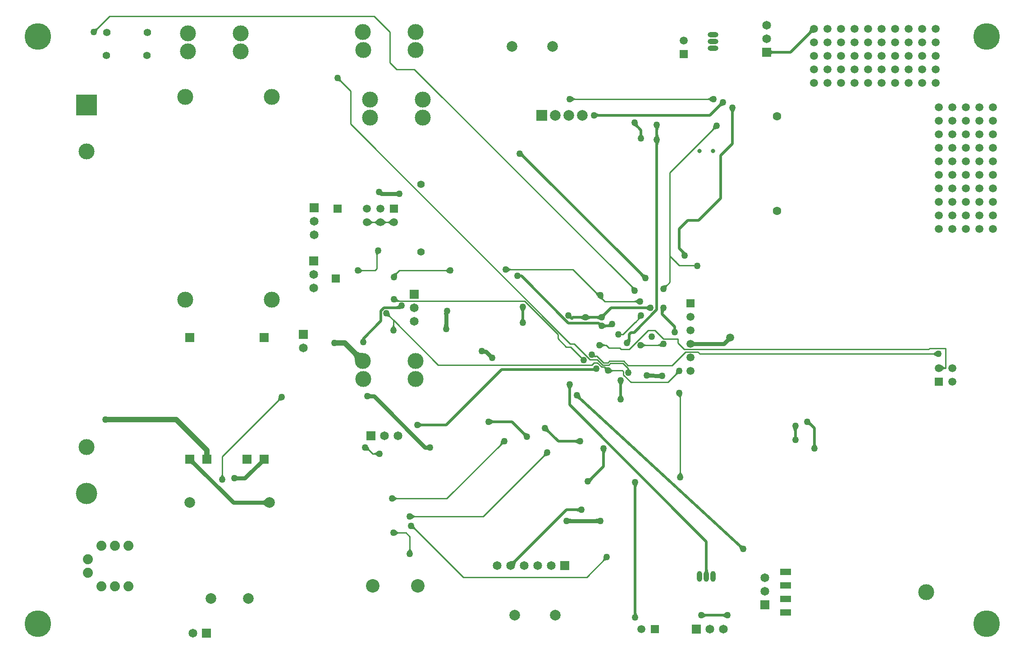
<source format=gbl>
G04 Layer_Physical_Order=2*
G04 Layer_Color=16711680*
%FSLAX44Y44*%
%MOMM*%
G71*
G01*
G75*
%ADD31C,4.0000*%
%ADD39C,0.5080*%
%ADD40C,0.2540*%
%ADD41C,0.7620*%
%ADD43C,1.0160*%
%ADD45C,1.5000*%
%ADD46R,1.6510X1.6510*%
%ADD47C,1.6510*%
%ADD48R,1.5000X1.5000*%
%ADD49C,3.0000*%
%ADD50C,2.0000*%
%ADD51R,2.0000X2.0000*%
%ADD52O,2.0000X1.0000*%
%ADD53O,2.0000X1.0000*%
%ADD54C,1.8796*%
%ADD55R,4.0000X4.0000*%
%ADD56C,3.0000*%
%ADD57C,2.0000*%
%ADD58C,1.4000*%
%ADD59C,0.8000*%
%ADD60R,1.5000X1.5000*%
%ADD61C,2.5400*%
%ADD62R,1.8000X1.8000*%
%ADD63R,2.1590X1.1989*%
%ADD64R,1.6510X1.6510*%
%ADD65C,5.0000*%
%ADD66O,1.0000X2.0000*%
%ADD67O,1.0000X2.0000*%
%ADD68C,1.6000*%
%ADD69C,1.2700*%
G36*
X163992Y1168195D02*
X163672Y1167831D01*
X163386Y1167411D01*
X163136Y1166935D01*
X162919Y1166405D01*
X162738Y1165819D01*
X162591Y1165179D01*
X162479Y1164483D01*
X162401Y1163731D01*
X162350Y1162064D01*
X156063Y1168350D01*
X156925Y1168358D01*
X158483Y1168479D01*
X159178Y1168591D01*
X159819Y1168738D01*
X160405Y1168919D01*
X160935Y1169136D01*
X161411Y1169386D01*
X161831Y1169671D01*
X162195Y1169992D01*
X163992Y1168195D01*
D02*
G37*
G36*
X1508685Y1160900D02*
X1507939Y1160882D01*
X1507219Y1160814D01*
X1506524Y1160694D01*
X1505856Y1160524D01*
X1505213Y1160302D01*
X1504595Y1160030D01*
X1504004Y1159707D01*
X1503438Y1159333D01*
X1502898Y1158908D01*
X1502384Y1158432D01*
X1498792Y1162024D01*
X1499268Y1162538D01*
X1499693Y1163078D01*
X1500067Y1163644D01*
X1500390Y1164235D01*
X1500662Y1164853D01*
X1500884Y1165496D01*
X1501054Y1166164D01*
X1501174Y1166859D01*
X1501243Y1167579D01*
X1501260Y1168325D01*
X1508685Y1160900D01*
D02*
G37*
G36*
X1428617Y1128912D02*
X1428770Y1128480D01*
X1429026Y1128099D01*
X1429384Y1127769D01*
X1429844Y1127489D01*
X1430406Y1127261D01*
X1431070Y1127083D01*
X1431837Y1126956D01*
X1432706Y1126880D01*
X1433677Y1126854D01*
Y1121774D01*
X1432706Y1121749D01*
X1431837Y1121673D01*
X1431070Y1121546D01*
X1430406Y1121368D01*
X1429844Y1121139D01*
X1429384Y1120860D01*
X1429026Y1120530D01*
X1428770Y1120149D01*
X1428617Y1119717D01*
X1428566Y1119234D01*
Y1129394D01*
X1428617Y1128912D01*
D02*
G37*
G36*
X620358Y1075075D02*
X620479Y1073517D01*
X620591Y1072822D01*
X620738Y1072181D01*
X620919Y1071595D01*
X621135Y1071065D01*
X621386Y1070589D01*
X621672Y1070169D01*
X621992Y1069805D01*
X620196Y1068008D01*
X619831Y1068328D01*
X619411Y1068614D01*
X618935Y1068865D01*
X618405Y1069081D01*
X617819Y1069262D01*
X617178Y1069409D01*
X616483Y1069521D01*
X615731Y1069599D01*
X614063Y1069650D01*
X620350Y1075937D01*
X620358Y1075075D01*
D02*
G37*
G36*
X1055440Y1040162D02*
X1056627Y1039146D01*
X1057198Y1038733D01*
X1057755Y1038384D01*
X1058298Y1038098D01*
X1058825Y1037876D01*
X1059339Y1037717D01*
X1059837Y1037622D01*
X1060322Y1037590D01*
Y1035050D01*
X1059837Y1035018D01*
X1059339Y1034923D01*
X1058825Y1034764D01*
X1058298Y1034542D01*
X1057755Y1034256D01*
X1057198Y1033907D01*
X1056627Y1033494D01*
X1056041Y1033018D01*
X1054825Y1031875D01*
Y1040765D01*
X1055440Y1040162D01*
D02*
G37*
G36*
X1315247Y1031789D02*
X1314674Y1032409D01*
X1313553Y1033452D01*
X1313007Y1033876D01*
X1312469Y1034235D01*
X1311940Y1034528D01*
X1311419Y1034756D01*
X1310908Y1034920D01*
X1310405Y1035017D01*
X1309911Y1035050D01*
X1310042Y1037590D01*
X1310516Y1037621D01*
X1311009Y1037713D01*
X1311523Y1037867D01*
X1312058Y1038083D01*
X1312613Y1038360D01*
X1313189Y1038698D01*
X1313784Y1039098D01*
X1315038Y1040083D01*
X1315695Y1040668D01*
X1315247Y1031789D01*
D02*
G37*
G36*
X1338147Y1023860D02*
X1337617Y1023843D01*
X1337095Y1023779D01*
X1336581Y1023669D01*
X1336074Y1023512D01*
X1335576Y1023310D01*
X1335084Y1023061D01*
X1334601Y1022766D01*
X1334125Y1022425D01*
X1333657Y1022038D01*
X1333197Y1021605D01*
X1329605Y1025197D01*
X1330038Y1025657D01*
X1330425Y1026125D01*
X1330766Y1026601D01*
X1331061Y1027084D01*
X1331310Y1027576D01*
X1331512Y1028074D01*
X1331669Y1028581D01*
X1331779Y1029095D01*
X1331843Y1029617D01*
X1331861Y1030147D01*
X1338147Y1023860D01*
D02*
G37*
G36*
X1360083Y1015078D02*
X1359759Y1014664D01*
X1359474Y1014222D01*
X1359226Y1013754D01*
X1359016Y1013258D01*
X1358845Y1012735D01*
X1358712Y1012184D01*
X1358616Y1011607D01*
X1358559Y1011002D01*
X1358540Y1010370D01*
X1353460D01*
X1353441Y1011002D01*
X1353384Y1011607D01*
X1353289Y1012184D01*
X1353155Y1012735D01*
X1352984Y1013258D01*
X1352774Y1013754D01*
X1352527Y1014222D01*
X1352241Y1014664D01*
X1351917Y1015078D01*
X1351555Y1015465D01*
X1360445D01*
X1360083Y1015078D01*
D02*
G37*
G36*
X1100772Y1009933D02*
X1101186Y1009609D01*
X1101628Y1009323D01*
X1102096Y1009076D01*
X1102592Y1008866D01*
X1103115Y1008695D01*
X1103665Y1008561D01*
X1104243Y1008466D01*
X1104848Y1008409D01*
X1105480Y1008390D01*
Y1003310D01*
X1104848Y1003291D01*
X1104243Y1003234D01*
X1103665Y1003138D01*
X1103115Y1003005D01*
X1102592Y1002834D01*
X1102096Y1002624D01*
X1101628Y1002376D01*
X1101186Y1002091D01*
X1100772Y1001767D01*
X1100385Y1001405D01*
Y1010295D01*
X1100772Y1009933D01*
D02*
G37*
G36*
X1178085Y990024D02*
X1178054Y989528D01*
X1178080Y989035D01*
X1178166Y988545D01*
X1178310Y988059D01*
X1178512Y987577D01*
X1178773Y987098D01*
X1179093Y986623D01*
X1179472Y986151D01*
X1179909Y985683D01*
X1175411Y982997D01*
X1174958Y983430D01*
X1174037Y984194D01*
X1173568Y984525D01*
X1173095Y984822D01*
X1172616Y985085D01*
X1172132Y985314D01*
X1171642Y985508D01*
X1171148Y985669D01*
X1170648Y985796D01*
X1178176Y990524D01*
X1178085Y990024D01*
D02*
G37*
G36*
X1218083Y983078D02*
X1217759Y982664D01*
X1217474Y982222D01*
X1217226Y981754D01*
X1217016Y981258D01*
X1216845Y980735D01*
X1216712Y980184D01*
X1216616Y979607D01*
X1216559Y979002D01*
X1216540Y978370D01*
X1211460D01*
X1211441Y979002D01*
X1211384Y979607D01*
X1211289Y980184D01*
X1211155Y980735D01*
X1210984Y981258D01*
X1210774Y981754D01*
X1210527Y982222D01*
X1210241Y982664D01*
X1209917Y983078D01*
X1209555Y983465D01*
X1218445D01*
X1218083Y983078D01*
D02*
G37*
G36*
X1325936Y979650D02*
X1325075Y979642D01*
X1323517Y979521D01*
X1322822Y979409D01*
X1322181Y979262D01*
X1321595Y979081D01*
X1321065Y978865D01*
X1320589Y978614D01*
X1320169Y978328D01*
X1319805Y978008D01*
X1318009Y979805D01*
X1318328Y980169D01*
X1318614Y980589D01*
X1318864Y981065D01*
X1319081Y981595D01*
X1319262Y982181D01*
X1319409Y982822D01*
X1319521Y983517D01*
X1319599Y984269D01*
X1319650Y985937D01*
X1325936Y979650D01*
D02*
G37*
G36*
X1186559Y970998D02*
X1186616Y970393D01*
X1186711Y969816D01*
X1186845Y969265D01*
X1187016Y968742D01*
X1187226Y968246D01*
X1187473Y967778D01*
X1187759Y967336D01*
X1188083Y966922D01*
X1188445Y966535D01*
X1179555D01*
X1179917Y966922D01*
X1180241Y967336D01*
X1180527Y967778D01*
X1180774Y968246D01*
X1180984Y968742D01*
X1181155Y969265D01*
X1181289Y969816D01*
X1181384Y970393D01*
X1181441Y970998D01*
X1181460Y971630D01*
X1186540D01*
X1186559Y970998D01*
D02*
G37*
G36*
X1216559Y968998D02*
X1216616Y968393D01*
X1216712Y967816D01*
X1216845Y967265D01*
X1217016Y966742D01*
X1217226Y966246D01*
X1217474Y965778D01*
X1217759Y965336D01*
X1218083Y964922D01*
X1218445Y964535D01*
X1209555D01*
X1209917Y964922D01*
X1210241Y965336D01*
X1210527Y965778D01*
X1210774Y966246D01*
X1210984Y966742D01*
X1211155Y967265D01*
X1211289Y967816D01*
X1211384Y968393D01*
X1211441Y968998D01*
X1211460Y969630D01*
X1216540D01*
X1216559Y968998D01*
D02*
G37*
G36*
X1218083Y955078D02*
X1217759Y954664D01*
X1217474Y954222D01*
X1217226Y953754D01*
X1217016Y953258D01*
X1216845Y952735D01*
X1216712Y952184D01*
X1216616Y951607D01*
X1216559Y951002D01*
X1216540Y950370D01*
X1211460D01*
X1211441Y951002D01*
X1211384Y951607D01*
X1211289Y952184D01*
X1211155Y952735D01*
X1210984Y953258D01*
X1210774Y953754D01*
X1210527Y954222D01*
X1210241Y954664D01*
X1209917Y955078D01*
X1209555Y955465D01*
X1218445D01*
X1218083Y955078D01*
D02*
G37*
G36*
X962331Y934853D02*
X962492Y934358D01*
X962686Y933868D01*
X962915Y933384D01*
X963178Y932905D01*
X963475Y932432D01*
X963806Y931963D01*
X964570Y931042D01*
X965003Y930589D01*
X962317Y926091D01*
X961849Y926528D01*
X961377Y926907D01*
X960902Y927226D01*
X960423Y927488D01*
X959940Y927690D01*
X959455Y927834D01*
X958965Y927920D01*
X958472Y927946D01*
X957976Y927915D01*
X957476Y927824D01*
X962204Y935352D01*
X962331Y934853D01*
D02*
G37*
G36*
X698374Y862446D02*
X698499Y862313D01*
X698698Y862195D01*
X698971Y862093D01*
X699318Y862006D01*
X699738Y861936D01*
X700232Y861881D01*
X701442Y861818D01*
X702157Y861810D01*
X700742Y854190D01*
X693372Y855800D01*
X698322Y862596D01*
X698374Y862446D01*
D02*
G37*
G36*
X725465Y853555D02*
X725310Y853676D01*
X725092Y853784D01*
X724812Y853879D01*
X724470Y853961D01*
X724065Y854031D01*
X723070Y854133D01*
X721825Y854184D01*
X721110Y854190D01*
Y861810D01*
X721825Y861816D01*
X724065Y861969D01*
X724470Y862039D01*
X724812Y862121D01*
X725092Y862216D01*
X725310Y862324D01*
X725465Y862445D01*
Y853555D01*
D02*
G37*
G36*
X714480Y799422D02*
X713712Y800178D01*
X712253Y801452D01*
X711562Y801969D01*
X710895Y802407D01*
X710255Y802765D01*
X709639Y803044D01*
X709049Y803243D01*
X708484Y803362D01*
X707944Y803402D01*
Y805942D01*
X708484Y805982D01*
X709049Y806101D01*
X709639Y806300D01*
X710255Y806579D01*
X710895Y806937D01*
X711562Y807375D01*
X712253Y807892D01*
X713712Y809166D01*
X714480Y809922D01*
Y799422D01*
D02*
G37*
G36*
X700560Y809166D02*
X702019Y807892D01*
X702710Y807375D01*
X703377Y806937D01*
X704017Y806579D01*
X704633Y806300D01*
X705223Y806101D01*
X705788Y805982D01*
X706328Y805942D01*
Y803402D01*
X705788Y803362D01*
X705223Y803243D01*
X704633Y803044D01*
X704017Y802765D01*
X703377Y802407D01*
X702710Y801969D01*
X702019Y801452D01*
X700560Y800178D01*
X699792Y799422D01*
Y809922D01*
X700560Y809166D01*
D02*
G37*
G36*
X689080Y799422D02*
X688312Y800178D01*
X686853Y801452D01*
X686162Y801969D01*
X685495Y802407D01*
X684855Y802765D01*
X684239Y803044D01*
X683649Y803243D01*
X683084Y803362D01*
X682544Y803402D01*
Y805942D01*
X683084Y805982D01*
X683649Y806101D01*
X684239Y806300D01*
X684855Y806579D01*
X685495Y806937D01*
X686162Y807375D01*
X686853Y807892D01*
X688312Y809166D01*
X689080Y809922D01*
Y799422D01*
D02*
G37*
G36*
X675160Y809166D02*
X676619Y807892D01*
X677310Y807375D01*
X677977Y806937D01*
X678617Y806579D01*
X679233Y806300D01*
X679823Y806101D01*
X680388Y805982D01*
X680928Y805942D01*
Y803402D01*
X680388Y803362D01*
X679823Y803243D01*
X679233Y803044D01*
X678617Y802765D01*
X677977Y802407D01*
X677310Y801969D01*
X676619Y801452D01*
X675160Y800178D01*
X674392Y799422D01*
Y809922D01*
X675160Y809166D01*
D02*
G37*
G36*
X1265178Y750422D02*
X1267283Y748607D01*
X1267650Y748347D01*
X1268332Y747930D01*
X1268646Y747773D01*
X1260343Y744885D01*
X1260523Y745309D01*
X1260634Y745739D01*
X1260676Y746174D01*
X1260648Y746616D01*
X1260551Y747063D01*
X1260384Y747515D01*
X1260148Y747974D01*
X1259843Y748438D01*
X1259468Y748908D01*
X1259024Y749383D01*
X1264704Y750888D01*
X1265178Y750422D01*
D02*
G37*
G36*
X692790Y746295D02*
X692122Y745941D01*
X691523Y745567D01*
X690995Y745174D01*
X690537Y744762D01*
X690150Y744330D01*
X689833Y743879D01*
X689587Y743408D01*
X689411Y742918D01*
X689305Y742409D01*
X689270Y741880D01*
X686730Y742744D01*
X686706Y743119D01*
X686635Y743551D01*
X686516Y744041D01*
X686350Y744589D01*
X685874Y745859D01*
X685208Y747361D01*
X684352Y749093D01*
X692790Y746295D01*
D02*
G37*
G36*
X1239538Y744315D02*
X1239592Y743830D01*
X1239682Y743359D01*
X1239807Y742903D01*
X1239969Y742462D01*
X1240167Y742036D01*
X1240400Y741625D01*
X1240669Y741228D01*
X1240975Y740847D01*
X1241316Y740480D01*
Y736888D01*
X1240975Y737204D01*
X1240669Y737433D01*
X1240400Y737575D01*
X1240167Y737631D01*
X1239969Y737600D01*
X1239807Y737482D01*
X1239682Y737278D01*
X1239592Y736986D01*
X1239538Y736609D01*
X1239520Y736144D01*
X1236980Y741750D01*
X1239520Y744816D01*
X1239538Y744315D01*
D02*
G37*
G36*
X935150Y719842D02*
X936337Y718826D01*
X936908Y718413D01*
X937465Y718064D01*
X938008Y717778D01*
X938535Y717556D01*
X939049Y717397D01*
X939548Y717302D01*
X940032Y717270D01*
Y714730D01*
X939548Y714698D01*
X939049Y714603D01*
X938535Y714444D01*
X938008Y714222D01*
X937465Y713936D01*
X936908Y713587D01*
X936337Y713174D01*
X935751Y712698D01*
X934535Y711555D01*
Y720445D01*
X935150Y719842D01*
D02*
G37*
G36*
X821465Y709555D02*
X820850Y710158D01*
X819663Y711174D01*
X819092Y711587D01*
X818535Y711936D01*
X817992Y712222D01*
X817465Y712444D01*
X816951Y712603D01*
X816452Y712698D01*
X815968Y712730D01*
Y715270D01*
X816452Y715302D01*
X816951Y715397D01*
X817465Y715556D01*
X817992Y715778D01*
X818535Y716064D01*
X819092Y716413D01*
X819663Y716826D01*
X820249Y717302D01*
X821465Y718445D01*
Y709555D01*
D02*
G37*
G36*
X657150Y717842D02*
X658337Y716826D01*
X658908Y716413D01*
X659465Y716064D01*
X660007Y715778D01*
X660535Y715556D01*
X661049Y715397D01*
X661547Y715302D01*
X662032Y715270D01*
Y712730D01*
X661547Y712698D01*
X661049Y712603D01*
X660535Y712444D01*
X660007Y712222D01*
X659465Y711936D01*
X658908Y711587D01*
X658337Y711174D01*
X657751Y710698D01*
X656535Y709555D01*
Y718445D01*
X657150Y717842D01*
D02*
G37*
G36*
X727080Y709284D02*
X726737Y708892D01*
X726451Y708459D01*
X726221Y707983D01*
X726046Y707466D01*
X725928Y706906D01*
X725865Y706304D01*
X725859Y705660D01*
X725908Y704974D01*
X726013Y704245D01*
X726175Y703475D01*
X718646Y708203D01*
X719574Y708416D01*
X721949Y709099D01*
X722605Y709341D01*
X723712Y709847D01*
X724164Y710111D01*
X724548Y710382D01*
X724864Y710660D01*
X727080Y709284D01*
D02*
G37*
G36*
X1187447Y708172D02*
X1187915Y707785D01*
X1188391Y707444D01*
X1188874Y707149D01*
X1189365Y706900D01*
X1189864Y706698D01*
X1190371Y706542D01*
X1190885Y706431D01*
X1191407Y706367D01*
X1191936Y706350D01*
X1185650Y700063D01*
X1185633Y700593D01*
X1185569Y701115D01*
X1185459Y701629D01*
X1185302Y702136D01*
X1185100Y702635D01*
X1184851Y703126D01*
X1184556Y703609D01*
X1184215Y704085D01*
X1183828Y704553D01*
X1183395Y705013D01*
X1186987Y708605D01*
X1187447Y708172D01*
D02*
G37*
G36*
X1233991Y686196D02*
X1233672Y685831D01*
X1233386Y685411D01*
X1233136Y684935D01*
X1232919Y684405D01*
X1232738Y683819D01*
X1232591Y683178D01*
X1232479Y682483D01*
X1232401Y681731D01*
X1232350Y680063D01*
X1226064Y686350D01*
X1226925Y686358D01*
X1228483Y686479D01*
X1229178Y686591D01*
X1229819Y686738D01*
X1230405Y686919D01*
X1230935Y687135D01*
X1231411Y687386D01*
X1231831Y687672D01*
X1232196Y687991D01*
X1233991Y686196D01*
D02*
G37*
G36*
X1167728Y684494D02*
X1168100Y684230D01*
X1168543Y683966D01*
X1169057Y683702D01*
X1170297Y683178D01*
X1171024Y682917D01*
X1173629Y682138D01*
X1165896Y677751D01*
X1166087Y678500D01*
X1166218Y679210D01*
X1166290Y679880D01*
X1166302Y680511D01*
X1166254Y681103D01*
X1166147Y681656D01*
X1165980Y682168D01*
X1165754Y682642D01*
X1165468Y683076D01*
X1165123Y683471D01*
X1167427Y684760D01*
X1167728Y684494D01*
D02*
G37*
G36*
X1100258Y673588D02*
X1100692Y673303D01*
X1101152Y673092D01*
X1101638Y672954D01*
X1102151Y672888D01*
X1102691Y672896D01*
X1103257Y672977D01*
X1103850Y673130D01*
X1104469Y673357D01*
X1105115Y673657D01*
X1102227Y665354D01*
X1101796Y666284D01*
X1099438Y670661D01*
X1099196Y670982D01*
X1098978Y671226D01*
X1099851Y673945D01*
X1100258Y673588D01*
D02*
G37*
G36*
X1113357Y664469D02*
X1113130Y663850D01*
X1112977Y663257D01*
X1112896Y662691D01*
X1112888Y662151D01*
X1112954Y661638D01*
X1113092Y661152D01*
X1113303Y660692D01*
X1113588Y660258D01*
X1113945Y659851D01*
X1111226Y658978D01*
X1110982Y659196D01*
X1110661Y659438D01*
X1110265Y659703D01*
X1109243Y660306D01*
X1107138Y661387D01*
X1105354Y662227D01*
X1113657Y665115D01*
X1113357Y664469D01*
D02*
G37*
G36*
X726291Y661262D02*
X726565Y660665D01*
X726873Y660137D01*
X727214Y659680D01*
X727588Y659293D01*
X727995Y658977D01*
X728436Y658730D01*
X728911Y658555D01*
X729418Y658449D01*
X729959Y658414D01*
X728637Y655874D01*
X728309Y655856D01*
X727911Y655801D01*
X727443Y655709D01*
X726295Y655416D01*
X724045Y654701D01*
X722193Y654041D01*
X726049Y661930D01*
X726291Y661262D01*
D02*
G37*
G36*
X1177463Y651554D02*
X1176848Y652157D01*
X1175661Y653173D01*
X1175089Y653586D01*
X1174533Y653935D01*
X1173990Y654221D01*
X1173462Y654443D01*
X1172949Y654602D01*
X1172450Y654697D01*
X1171966Y654729D01*
Y657269D01*
X1172450Y657300D01*
X1172949Y657396D01*
X1173462Y657554D01*
X1173990Y657777D01*
X1174533Y658062D01*
X1175089Y658412D01*
X1175661Y658824D01*
X1176247Y659301D01*
X1177463Y660444D01*
Y651554D01*
D02*
G37*
G36*
X732313Y641878D02*
X724949Y641874D01*
X723927Y646954D01*
X724584Y646975D01*
X725180Y647040D01*
X725715Y647148D01*
X726189Y647299D01*
X726601Y647492D01*
X726953Y647729D01*
X727243Y648009D01*
X727473Y648332D01*
X727641Y648698D01*
X727747Y649108D01*
X732313Y641878D01*
D02*
G37*
G36*
X1197465Y639555D02*
X1197078Y639917D01*
X1196664Y640241D01*
X1196222Y640527D01*
X1195754Y640774D01*
X1195258Y640984D01*
X1194735Y641155D01*
X1194184Y641289D01*
X1193607Y641384D01*
X1193002Y641441D01*
X1192370Y641460D01*
Y646540D01*
X1193002Y646559D01*
X1193607Y646616D01*
X1194184Y646712D01*
X1194735Y646845D01*
X1195258Y647016D01*
X1195754Y647226D01*
X1196222Y647474D01*
X1196664Y647759D01*
X1197078Y648083D01*
X1197465Y648445D01*
Y639555D01*
D02*
G37*
G36*
X966083Y641078D02*
X965759Y640664D01*
X965473Y640222D01*
X965226Y639754D01*
X965016Y639258D01*
X964845Y638735D01*
X964712Y638184D01*
X964616Y637607D01*
X964559Y637002D01*
X964540Y636370D01*
X959460D01*
X959441Y637002D01*
X959384Y637607D01*
X959289Y638184D01*
X959155Y638735D01*
X958984Y639258D01*
X958774Y639754D01*
X958527Y640222D01*
X958241Y640664D01*
X957917Y641078D01*
X957555Y641465D01*
X966445D01*
X966083Y641078D01*
D02*
G37*
G36*
X1228790Y638296D02*
X1228363Y638053D01*
X1227980Y637766D01*
X1227643Y637434D01*
X1227350Y637057D01*
X1227103Y636636D01*
X1226900Y636171D01*
X1226742Y635660D01*
X1226630Y635106D01*
X1226562Y634506D01*
X1226540Y633862D01*
X1221460Y635746D01*
X1221449Y636375D01*
X1221360Y637569D01*
X1221283Y638134D01*
X1221061Y639204D01*
X1220917Y639707D01*
X1220751Y640190D01*
X1220562Y640651D01*
X1220352Y641092D01*
X1228790Y638296D01*
D02*
G37*
G36*
X822791Y632296D02*
X822604Y632168D01*
X822438Y631975D01*
X822290Y631717D01*
X822163Y631395D01*
X822055Y631008D01*
X821967Y630556D01*
X821898Y630040D01*
X821820Y628814D01*
X821810Y628103D01*
X814190Y631628D01*
X814353Y635096D01*
X822791Y632296D01*
D02*
G37*
G36*
X1118605Y631013D02*
X1118172Y630553D01*
X1117785Y630085D01*
X1117444Y629609D01*
X1117149Y629126D01*
X1116900Y628635D01*
X1116698Y628136D01*
X1116542Y627629D01*
X1116431Y627115D01*
X1116367Y626593D01*
X1116350Y626063D01*
X1110063Y632350D01*
X1110593Y632367D01*
X1111115Y632431D01*
X1111629Y632542D01*
X1112136Y632698D01*
X1112635Y632900D01*
X1113126Y633149D01*
X1113609Y633444D01*
X1114085Y633785D01*
X1114553Y634172D01*
X1115013Y634605D01*
X1118605Y631013D01*
D02*
G37*
G36*
X712358Y633075D02*
X712479Y631517D01*
X712591Y630821D01*
X712738Y630181D01*
X712919Y629595D01*
X713136Y629065D01*
X713386Y628589D01*
X713671Y628169D01*
X713991Y627804D01*
X712196Y626008D01*
X711831Y626328D01*
X711411Y626614D01*
X710935Y626865D01*
X710405Y627081D01*
X709819Y627262D01*
X709178Y627409D01*
X708483Y627521D01*
X707731Y627599D01*
X706064Y627650D01*
X712350Y633937D01*
X712358Y633075D01*
D02*
G37*
G36*
X1105465Y621555D02*
X1105078Y621917D01*
X1104664Y622241D01*
X1104222Y622527D01*
X1103754Y622774D01*
X1103258Y622984D01*
X1102735Y623155D01*
X1102184Y623288D01*
X1101607Y623384D01*
X1101002Y623441D01*
X1100370Y623460D01*
Y628540D01*
X1101002Y628559D01*
X1101607Y628616D01*
X1102184Y628711D01*
X1102735Y628845D01*
X1103258Y629016D01*
X1103754Y629226D01*
X1104222Y629473D01*
X1104664Y629759D01*
X1105078Y630083D01*
X1105465Y630445D01*
Y621555D01*
D02*
G37*
G36*
X1084922Y630083D02*
X1085336Y629759D01*
X1085778Y629473D01*
X1086246Y629226D01*
X1086742Y629016D01*
X1087265Y628845D01*
X1087816Y628711D01*
X1088393Y628616D01*
X1088998Y628559D01*
X1089630Y628540D01*
Y623460D01*
X1088998Y623441D01*
X1088393Y623384D01*
X1087816Y623288D01*
X1087265Y623155D01*
X1086742Y622984D01*
X1086246Y622774D01*
X1085778Y622527D01*
X1085336Y622241D01*
X1084922Y621917D01*
X1084535Y621555D01*
Y630445D01*
X1084922Y630083D01*
D02*
G37*
G36*
X1075465Y621555D02*
X1075078Y621917D01*
X1074664Y622241D01*
X1074222Y622527D01*
X1073754Y622774D01*
X1073258Y622984D01*
X1072735Y623155D01*
X1072184Y623288D01*
X1071607Y623384D01*
X1071002Y623441D01*
X1070370Y623460D01*
Y628540D01*
X1071002Y628559D01*
X1071607Y628616D01*
X1072184Y628711D01*
X1072735Y628845D01*
X1073258Y629016D01*
X1073754Y629226D01*
X1074222Y629473D01*
X1074664Y629759D01*
X1075078Y630083D01*
X1075465Y630445D01*
Y621555D01*
D02*
G37*
G36*
X1185536Y623839D02*
X1184601Y623595D01*
X1181559Y622592D01*
X1180973Y622334D01*
X1180457Y622073D01*
X1180011Y621809D01*
X1179634Y621542D01*
X1179328Y621272D01*
X1177054Y622590D01*
X1177398Y622984D01*
X1177684Y623418D01*
X1177912Y623892D01*
X1178081Y624407D01*
X1178192Y624962D01*
X1178244Y625557D01*
X1178239Y626192D01*
X1178174Y626868D01*
X1178052Y627584D01*
X1177871Y628341D01*
X1185536Y623839D01*
D02*
G37*
G36*
X964559Y624998D02*
X964616Y624393D01*
X964712Y623816D01*
X964845Y623265D01*
X965016Y622742D01*
X965226Y622246D01*
X965473Y621778D01*
X965759Y621336D01*
X966083Y620922D01*
X966445Y620535D01*
X957555D01*
X957917Y620922D01*
X958241Y621336D01*
X958527Y621778D01*
X958774Y622246D01*
X958984Y622742D01*
X959155Y623265D01*
X959289Y623816D01*
X959384Y624393D01*
X959441Y624998D01*
X959460Y625630D01*
X964540D01*
X964559Y624998D01*
D02*
G37*
G36*
X821816Y612175D02*
X821969Y609935D01*
X822039Y609530D01*
X822121Y609188D01*
X822216Y608908D01*
X822324Y608690D01*
X822445Y608535D01*
X813555D01*
X813676Y608690D01*
X813784Y608908D01*
X813879Y609188D01*
X813961Y609530D01*
X814031Y609935D01*
X814133Y610930D01*
X814184Y612175D01*
X814190Y612890D01*
X821810D01*
X821816Y612175D01*
D02*
G37*
G36*
X1128624Y607799D02*
X1121254Y607461D01*
X1120007Y612541D01*
X1120669Y612562D01*
X1121266Y612623D01*
X1121797Y612726D01*
X1122262Y612870D01*
X1122662Y613055D01*
X1122996Y613281D01*
X1123264Y613549D01*
X1123467Y613857D01*
X1123604Y614207D01*
X1123676Y614597D01*
X1128624Y607799D01*
D02*
G37*
G36*
X720493Y611548D02*
X720589Y611049D01*
X720747Y610535D01*
X720969Y610008D01*
X721255Y609465D01*
X721605Y608908D01*
X722017Y608337D01*
X722494Y607751D01*
X723636Y606535D01*
X714746D01*
X715350Y607150D01*
X716366Y608337D01*
X716778Y608908D01*
X717128Y609465D01*
X717413Y610008D01*
X717636Y610535D01*
X717794Y611049D01*
X717890Y611548D01*
X717922Y612032D01*
X720462D01*
X720493Y611548D01*
D02*
G37*
G36*
X1114918Y614084D02*
X1115333Y613760D01*
X1115774Y613474D01*
X1116243Y613227D01*
X1116739Y613017D01*
X1117262Y612846D01*
X1117812Y612712D01*
X1118390Y612617D01*
X1118995Y612560D01*
X1119627Y612541D01*
X1119629Y607461D01*
X1118997Y607442D01*
X1118392Y607385D01*
X1117814Y607290D01*
X1117264Y607156D01*
X1116741Y606985D01*
X1116245Y606775D01*
X1115777Y606527D01*
X1115335Y606241D01*
X1114921Y605918D01*
X1114534Y605555D01*
X1114531Y614445D01*
X1114918Y614084D01*
D02*
G37*
G36*
X1148146Y595661D02*
X1148218Y595579D01*
X1148319Y595506D01*
X1148450Y595444D01*
X1148610Y595391D01*
X1148799Y595347D01*
X1149018Y595313D01*
X1149267Y595289D01*
X1149852Y595270D01*
Y592730D01*
X1149545Y592725D01*
X1149018Y592687D01*
X1148799Y592653D01*
X1148610Y592609D01*
X1148450Y592556D01*
X1148319Y592494D01*
X1148218Y592421D01*
X1148146Y592340D01*
X1148103Y592248D01*
Y595752D01*
X1148146Y595661D01*
D02*
G37*
G36*
X1164349Y586891D02*
X1164165Y579520D01*
X1157164Y584296D01*
X1157564Y584383D01*
X1157922Y584535D01*
X1158238Y584749D01*
X1158511Y585028D01*
X1158743Y585370D01*
X1158932Y585775D01*
X1159080Y586244D01*
X1159185Y586777D01*
X1159248Y587373D01*
X1159269Y588033D01*
X1164349Y586891D01*
D02*
G37*
G36*
X1223092Y570352D02*
X1222197Y570804D01*
X1218589Y572350D01*
X1218040Y572516D01*
X1217550Y572635D01*
X1217118Y572706D01*
X1216743Y572730D01*
X1215880Y575270D01*
X1216408Y575305D01*
X1216917Y575411D01*
X1217407Y575587D01*
X1217878Y575833D01*
X1218329Y576150D01*
X1218761Y576537D01*
X1219173Y576995D01*
X1219566Y577523D01*
X1219940Y578121D01*
X1220294Y578790D01*
X1223092Y570352D01*
D02*
G37*
G36*
X1111148Y577841D02*
X1112334Y576825D01*
X1112906Y576412D01*
X1113463Y576063D01*
X1114005Y575777D01*
X1114533Y575555D01*
X1115046Y575396D01*
X1115545Y575301D01*
X1116030Y575269D01*
Y572729D01*
X1115545Y572697D01*
X1115046Y572602D01*
X1114533Y572443D01*
X1114005Y572221D01*
X1113463Y571935D01*
X1112906Y571586D01*
X1112334Y571173D01*
X1111748Y570697D01*
X1110533Y569554D01*
Y578444D01*
X1111148Y577841D01*
D02*
G37*
G36*
X1187770Y577709D02*
X1189065Y576745D01*
X1189676Y576354D01*
X1190263Y576023D01*
X1190826Y575752D01*
X1191364Y575541D01*
X1191878Y575390D01*
X1192368Y575300D01*
X1192833Y575270D01*
X1193047Y572730D01*
X1192548Y572697D01*
X1192044Y572598D01*
X1191534Y572432D01*
X1191019Y572201D01*
X1190498Y571903D01*
X1189973Y571539D01*
X1189442Y571109D01*
X1188905Y570612D01*
X1188363Y570050D01*
X1187816Y569421D01*
X1187086Y578281D01*
X1187770Y577709D01*
D02*
G37*
G36*
X1737905Y553085D02*
X1737290Y553688D01*
X1736103Y554704D01*
X1735532Y555117D01*
X1734975Y555466D01*
X1734433Y555752D01*
X1733905Y555974D01*
X1733391Y556133D01*
X1732892Y556228D01*
X1732408Y556260D01*
Y558800D01*
X1732892Y558832D01*
X1733391Y558927D01*
X1733905Y559086D01*
X1734433Y559308D01*
X1734975Y559594D01*
X1735532Y559943D01*
X1736103Y560356D01*
X1736689Y560832D01*
X1737905Y561975D01*
Y553085D01*
D02*
G37*
G36*
X901121Y558956D02*
X902812Y557480D01*
X903148Y557243D01*
X903448Y557060D01*
X903713Y556929D01*
X903944Y556851D01*
X904139Y556827D01*
X897853Y550540D01*
X897828Y550736D01*
X897750Y550966D01*
X897620Y551231D01*
X897436Y551532D01*
X897200Y551867D01*
X896568Y552643D01*
X895724Y553559D01*
X895222Y554069D01*
X900610Y559457D01*
X901121Y558956D01*
D02*
G37*
G36*
X650077Y562984D02*
X651156Y562134D01*
X652288Y561386D01*
X653471Y560740D01*
X654705Y560196D01*
X655991Y559753D01*
X657328Y559412D01*
X658717Y559172D01*
X660158Y559035D01*
X661650Y558999D01*
X646801Y544150D01*
X646765Y545642D01*
X646628Y547083D01*
X646388Y548472D01*
X646047Y549809D01*
X645604Y551095D01*
X645060Y552329D01*
X644414Y553512D01*
X643666Y554644D01*
X642816Y555723D01*
X641864Y556752D01*
X649048Y563936D01*
X650077Y562984D01*
D02*
G37*
G36*
X1161276Y529667D02*
X1161329Y529094D01*
X1161375Y528853D01*
X1161434Y528643D01*
X1161506Y528463D01*
X1161591Y528314D01*
X1161689Y528196D01*
X1161801Y528108D01*
X1161925Y528051D01*
X1158075D01*
X1158199Y528108D01*
X1158311Y528196D01*
X1158409Y528314D01*
X1158494Y528463D01*
X1158566Y528643D01*
X1158625Y528853D01*
X1158671Y529094D01*
X1158704Y529365D01*
X1158723Y529667D01*
X1158730Y530000D01*
X1161270D01*
X1161276Y529667D01*
D02*
G37*
G36*
X1116552Y533278D02*
X1116955Y532978D01*
X1117379Y532725D01*
X1117825Y532519D01*
X1118292Y532359D01*
X1118782Y532247D01*
X1119293Y532181D01*
X1119825Y532161D01*
X1120380Y532189D01*
X1120956Y532263D01*
X1115736Y527044D01*
X1115811Y527620D01*
X1115839Y528175D01*
X1115819Y528707D01*
X1115753Y529218D01*
X1115641Y529707D01*
X1115481Y530175D01*
X1115275Y530621D01*
X1115022Y531045D01*
X1114722Y531448D01*
X1114375Y531829D01*
X1116171Y533625D01*
X1116552Y533278D01*
D02*
G37*
G36*
X1750064Y535416D02*
X1751523Y534142D01*
X1752215Y533625D01*
X1752881Y533187D01*
X1753522Y532829D01*
X1754137Y532550D01*
X1754727Y532351D01*
X1755292Y532232D01*
X1755832Y532192D01*
Y529652D01*
X1755292Y529612D01*
X1754727Y529493D01*
X1754137Y529294D01*
X1753522Y529015D01*
X1752881Y528657D01*
X1752215Y528219D01*
X1751523Y527702D01*
X1750064Y526428D01*
X1749296Y525672D01*
Y536172D01*
X1750064Y535416D01*
D02*
G37*
G36*
X1127150Y529842D02*
X1128337Y528826D01*
X1128908Y528413D01*
X1129465Y528064D01*
X1130007Y527778D01*
X1130535Y527556D01*
X1131049Y527397D01*
X1131547Y527302D01*
X1132032Y527270D01*
Y524730D01*
X1131547Y524698D01*
X1131049Y524603D01*
X1130535Y524444D01*
X1130007Y524222D01*
X1129465Y523936D01*
X1128908Y523587D01*
X1128337Y523174D01*
X1127751Y522698D01*
X1126535Y521555D01*
Y530445D01*
X1127150Y529842D01*
D02*
G37*
G36*
X1256137Y519450D02*
X1255275Y519442D01*
X1253718Y519321D01*
X1253022Y519209D01*
X1252381Y519062D01*
X1251795Y518880D01*
X1251265Y518664D01*
X1250790Y518414D01*
X1250370Y518128D01*
X1250005Y517808D01*
X1248209Y519604D01*
X1248529Y519969D01*
X1248814Y520389D01*
X1249065Y520864D01*
X1249281Y521395D01*
X1249462Y521981D01*
X1249609Y522621D01*
X1249721Y523317D01*
X1249799Y524068D01*
X1249850Y525736D01*
X1256137Y519450D01*
D02*
G37*
G36*
X1150083Y503078D02*
X1149759Y502664D01*
X1149473Y502222D01*
X1149226Y501754D01*
X1149016Y501258D01*
X1148845Y500735D01*
X1148711Y500184D01*
X1148616Y499607D01*
X1148559Y499002D01*
X1148540Y498370D01*
X1143460D01*
X1143441Y499002D01*
X1143384Y499607D01*
X1143288Y500184D01*
X1143155Y500735D01*
X1142984Y501258D01*
X1142774Y501754D01*
X1142526Y502222D01*
X1142241Y502664D01*
X1141917Y503078D01*
X1141555Y503465D01*
X1150445D01*
X1150083Y503078D01*
D02*
G37*
G36*
X1054083Y495078D02*
X1053759Y494664D01*
X1053474Y494222D01*
X1053226Y493754D01*
X1053016Y493258D01*
X1052845Y492735D01*
X1052711Y492184D01*
X1052616Y491607D01*
X1052559Y491002D01*
X1052540Y490370D01*
X1047460D01*
X1047441Y491002D01*
X1047384Y491607D01*
X1047289Y492184D01*
X1047155Y492735D01*
X1046984Y493258D01*
X1046774Y493754D01*
X1046527Y494222D01*
X1046241Y494664D01*
X1045917Y495078D01*
X1045555Y495465D01*
X1054445D01*
X1054083Y495078D01*
D02*
G37*
G36*
X1148559Y480998D02*
X1148616Y480393D01*
X1148711Y479816D01*
X1148845Y479265D01*
X1149016Y478742D01*
X1149226Y478246D01*
X1149473Y477778D01*
X1149759Y477336D01*
X1150083Y476922D01*
X1150445Y476535D01*
X1141555D01*
X1141917Y476922D01*
X1142241Y477336D01*
X1142526Y477778D01*
X1142774Y478246D01*
X1142984Y478742D01*
X1143155Y479265D01*
X1143288Y479816D01*
X1143384Y480393D01*
X1143441Y480998D01*
X1143460Y481630D01*
X1148540D01*
X1148559Y480998D01*
D02*
G37*
G36*
X1261195Y480201D02*
X1259650Y476591D01*
X1259484Y476043D01*
X1259365Y475553D01*
X1259294Y475121D01*
X1259270Y474747D01*
X1256730Y473882D01*
X1256695Y474411D01*
X1256589Y474920D01*
X1256413Y475410D01*
X1256167Y475880D01*
X1255850Y476331D01*
X1255463Y476763D01*
X1255005Y477175D01*
X1254477Y477568D01*
X1253878Y477942D01*
X1253210Y478296D01*
X1261647Y481096D01*
X1261195Y480201D01*
D02*
G37*
G36*
X674690Y482324D02*
X674908Y482216D01*
X675188Y482121D01*
X675530Y482039D01*
X675935Y481969D01*
X676930Y481867D01*
X678175Y481816D01*
X678890Y481810D01*
Y474190D01*
X678175Y474184D01*
X675935Y474031D01*
X675530Y473961D01*
X675188Y473879D01*
X674908Y473784D01*
X674690Y473676D01*
X674535Y473555D01*
Y482445D01*
X674690Y482324D01*
D02*
G37*
G36*
X1070276Y478758D02*
X1070297Y478248D01*
X1070372Y477746D01*
X1070502Y477251D01*
X1070685Y476765D01*
X1070923Y476286D01*
X1071215Y475815D01*
X1071561Y475352D01*
X1071961Y474897D01*
X1072415Y474449D01*
X1068374Y471265D01*
X1067902Y471679D01*
X1067424Y472054D01*
X1066940Y472392D01*
X1066451Y472690D01*
X1065957Y472951D01*
X1065457Y473173D01*
X1064951Y473357D01*
X1064440Y473502D01*
X1063924Y473609D01*
X1063402Y473678D01*
X1070309Y479276D01*
X1070276Y478758D01*
D02*
G37*
G36*
X509207Y469900D02*
X508345Y469892D01*
X506787Y469771D01*
X506091Y469659D01*
X505451Y469512D01*
X504865Y469331D01*
X504335Y469114D01*
X503859Y468864D01*
X503439Y468578D01*
X503074Y468259D01*
X501278Y470055D01*
X501598Y470419D01*
X501884Y470839D01*
X502135Y471315D01*
X502351Y471845D01*
X502532Y472431D01*
X502679Y473072D01*
X502791Y473767D01*
X502869Y474519D01*
X502920Y476186D01*
X509207Y469900D01*
D02*
G37*
G36*
X902922Y434083D02*
X903336Y433759D01*
X903778Y433474D01*
X904246Y433226D01*
X904742Y433016D01*
X905265Y432845D01*
X905816Y432711D01*
X906393Y432616D01*
X906998Y432559D01*
X907630Y432540D01*
Y427460D01*
X906998Y427441D01*
X906393Y427384D01*
X905816Y427289D01*
X905265Y427155D01*
X904742Y426984D01*
X904246Y426774D01*
X903778Y426527D01*
X903336Y426241D01*
X902922Y425917D01*
X902535Y425555D01*
Y434445D01*
X902922Y434083D01*
D02*
G37*
G36*
X1502331Y430853D02*
X1502491Y430358D01*
X1502686Y429869D01*
X1502915Y429384D01*
X1503178Y428905D01*
X1503475Y428432D01*
X1503806Y427963D01*
X1504570Y427042D01*
X1505003Y426589D01*
X1502317Y422091D01*
X1501849Y422528D01*
X1501377Y422907D01*
X1500902Y423227D01*
X1500423Y423488D01*
X1499940Y423690D01*
X1499455Y423834D01*
X1498965Y423920D01*
X1498472Y423946D01*
X1497976Y423914D01*
X1497476Y423824D01*
X1502204Y431352D01*
X1502331Y430853D01*
D02*
G37*
G36*
X768922Y428083D02*
X769336Y427759D01*
X769778Y427473D01*
X770246Y427226D01*
X770742Y427016D01*
X771265Y426845D01*
X771816Y426711D01*
X772393Y426616D01*
X772998Y426559D01*
X773630Y426540D01*
Y421460D01*
X772998Y421441D01*
X772393Y421384D01*
X771816Y421288D01*
X771265Y421155D01*
X770742Y420984D01*
X770246Y420774D01*
X769778Y420527D01*
X769336Y420241D01*
X768922Y419917D01*
X768535Y419555D01*
Y428445D01*
X768922Y428083D01*
D02*
G37*
G36*
X1478083Y417078D02*
X1477759Y416664D01*
X1477473Y416222D01*
X1477226Y415754D01*
X1477016Y415258D01*
X1476845Y414735D01*
X1476711Y414184D01*
X1476616Y413607D01*
X1476559Y413002D01*
X1476540Y412370D01*
X1471460D01*
X1471441Y413002D01*
X1471384Y413607D01*
X1471288Y414184D01*
X1471155Y414735D01*
X1470984Y415258D01*
X1470774Y415754D01*
X1470526Y416222D01*
X1470241Y416664D01*
X1469917Y417078D01*
X1469555Y417465D01*
X1478445D01*
X1478083Y417078D01*
D02*
G37*
G36*
X1010367Y417407D02*
X1010431Y416885D01*
X1010542Y416371D01*
X1010698Y415864D01*
X1010900Y415365D01*
X1011149Y414874D01*
X1011444Y414391D01*
X1011785Y413915D01*
X1012172Y413447D01*
X1012605Y412987D01*
X1009013Y409395D01*
X1008553Y409828D01*
X1008085Y410215D01*
X1007609Y410556D01*
X1007126Y410851D01*
X1006635Y411100D01*
X1006136Y411302D01*
X1005629Y411459D01*
X1005115Y411569D01*
X1004593Y411633D01*
X1004063Y411650D01*
X1010350Y417937D01*
X1010367Y417407D01*
D02*
G37*
G36*
X965447Y410172D02*
X965915Y409785D01*
X966391Y409444D01*
X966874Y409149D01*
X967365Y408900D01*
X967864Y408698D01*
X968371Y408541D01*
X968885Y408431D01*
X969407Y408368D01*
X969937Y408350D01*
X963650Y402063D01*
X963633Y402593D01*
X963569Y403115D01*
X963458Y403629D01*
X963302Y404136D01*
X963100Y404635D01*
X962851Y405126D01*
X962556Y405609D01*
X962215Y406085D01*
X961828Y406553D01*
X961395Y407013D01*
X964987Y410605D01*
X965447Y410172D01*
D02*
G37*
G36*
X1064705Y388794D02*
X1064317Y389156D01*
X1063903Y389480D01*
X1063462Y389766D01*
X1062993Y390014D01*
X1062497Y390223D01*
X1061974Y390395D01*
X1061424Y390528D01*
X1060846Y390623D01*
X1060241Y390680D01*
X1059610Y390699D01*
Y395779D01*
X1060241Y395798D01*
X1060846Y395855D01*
X1061424Y395951D01*
X1061974Y396084D01*
X1062497Y396256D01*
X1062993Y396465D01*
X1063462Y396713D01*
X1063903Y396998D01*
X1064317Y397322D01*
X1064705Y397684D01*
Y388794D01*
D02*
G37*
G36*
X927037Y387350D02*
X926175Y387342D01*
X924617Y387221D01*
X923922Y387109D01*
X923281Y386962D01*
X922695Y386781D01*
X922165Y386564D01*
X921689Y386314D01*
X921269Y386028D01*
X920904Y385709D01*
X919109Y387505D01*
X919428Y387869D01*
X919714Y388289D01*
X919965Y388765D01*
X920181Y389295D01*
X920362Y389881D01*
X920509Y390522D01*
X920621Y391217D01*
X920699Y391969D01*
X920750Y393637D01*
X927037Y387350D01*
D02*
G37*
G36*
X1512559Y388998D02*
X1512616Y388393D01*
X1512711Y387816D01*
X1512845Y387265D01*
X1513016Y386742D01*
X1513226Y386246D01*
X1513474Y385778D01*
X1513759Y385336D01*
X1514083Y384922D01*
X1514445Y384535D01*
X1505555D01*
X1505917Y384922D01*
X1506241Y385336D01*
X1506527Y385778D01*
X1506774Y386246D01*
X1506984Y386742D01*
X1507155Y387265D01*
X1507289Y387816D01*
X1507384Y388393D01*
X1507441Y388998D01*
X1507460Y389630D01*
X1512540D01*
X1512559Y388998D01*
D02*
G37*
G36*
X672418Y382425D02*
X673101Y380049D01*
X673343Y379394D01*
X673848Y378286D01*
X674112Y377834D01*
X674383Y377450D01*
X674661Y377135D01*
X673285Y374919D01*
X672894Y375261D01*
X672460Y375547D01*
X671985Y375778D01*
X671467Y375952D01*
X670907Y376071D01*
X670305Y376133D01*
X669661Y376140D01*
X668975Y376090D01*
X668247Y375985D01*
X667476Y375824D01*
X672204Y383352D01*
X672418Y382425D01*
D02*
G37*
G36*
X1118083Y375078D02*
X1117759Y374664D01*
X1117474Y374222D01*
X1117226Y373754D01*
X1117016Y373258D01*
X1116845Y372735D01*
X1116712Y372184D01*
X1116616Y371607D01*
X1116559Y371002D01*
X1116540Y370370D01*
X1111460D01*
X1111441Y371002D01*
X1111384Y371607D01*
X1111289Y372184D01*
X1111155Y372735D01*
X1110984Y373258D01*
X1110774Y373754D01*
X1110527Y374222D01*
X1110241Y374664D01*
X1109917Y375078D01*
X1109555Y375465D01*
X1118445D01*
X1118083Y375078D01*
D02*
G37*
G36*
X688197Y365355D02*
X687582Y365959D01*
X686395Y366974D01*
X685824Y367387D01*
X685267Y367737D01*
X684724Y368022D01*
X684196Y368245D01*
X683683Y368403D01*
X683184Y368498D01*
X682700Y368530D01*
Y371070D01*
X683184Y371102D01*
X683683Y371197D01*
X684196Y371356D01*
X684724Y371578D01*
X685267Y371864D01*
X685824Y372213D01*
X686395Y372626D01*
X686981Y373102D01*
X688197Y374245D01*
Y365355D01*
D02*
G37*
G36*
X1007936Y365650D02*
X1007075Y365642D01*
X1005517Y365521D01*
X1004821Y365409D01*
X1004181Y365262D01*
X1003595Y365081D01*
X1003065Y364865D01*
X1002589Y364614D01*
X1002169Y364328D01*
X1001805Y364008D01*
X1000008Y365804D01*
X1000328Y366169D01*
X1000614Y366589D01*
X1000864Y367065D01*
X1001081Y367595D01*
X1001262Y368181D01*
X1001409Y368821D01*
X1001521Y369517D01*
X1001599Y370269D01*
X1001650Y371936D01*
X1007936Y365650D01*
D02*
G37*
G36*
X344784Y361183D02*
X344568Y360482D01*
Y359674D01*
X344784Y358758D01*
X345215Y357734D01*
X345861Y356603D01*
X346723Y355364D01*
X347801Y354017D01*
X350603Y350999D01*
X345215Y345611D01*
X343652Y347120D01*
X340850Y349491D01*
X339611Y350353D01*
X338479Y350999D01*
X337456Y351430D01*
X336540Y351646D01*
X335732D01*
X335031Y351430D01*
X334438Y350999D01*
X345215Y361776D01*
X344784Y361183D01*
D02*
G37*
G36*
X1259302Y335547D02*
X1259397Y335049D01*
X1259556Y334535D01*
X1259778Y334007D01*
X1260064Y333465D01*
X1260413Y332908D01*
X1260826Y332337D01*
X1261302Y331751D01*
X1262445Y330535D01*
X1253555D01*
X1254158Y331150D01*
X1255174Y332337D01*
X1255587Y332908D01*
X1255936Y333465D01*
X1256222Y334007D01*
X1256444Y334535D01*
X1256603Y335049D01*
X1256698Y335547D01*
X1256730Y336032D01*
X1259270D01*
X1259302Y335547D01*
D02*
G37*
G36*
X398812Y330858D02*
X398907Y330359D01*
X399066Y329845D01*
X399288Y329318D01*
X399574Y328775D01*
X399923Y328218D01*
X400336Y327647D01*
X400812Y327061D01*
X401955Y325845D01*
X393065D01*
X393668Y326460D01*
X394684Y327647D01*
X395097Y328218D01*
X395446Y328775D01*
X395732Y329318D01*
X395954Y329845D01*
X396113Y330359D01*
X396208Y330858D01*
X396240Y331342D01*
X398780D01*
X398812Y330858D01*
D02*
G37*
G36*
X1093001Y321409D02*
X1092568Y320956D01*
X1091804Y320035D01*
X1091473Y319566D01*
X1091176Y319093D01*
X1090913Y318614D01*
X1090684Y318130D01*
X1090489Y317640D01*
X1090329Y317146D01*
X1090202Y316646D01*
X1085475Y324175D01*
X1085975Y324085D01*
X1086471Y324053D01*
X1086964Y324079D01*
X1087453Y324165D01*
X1087939Y324308D01*
X1088422Y324511D01*
X1088900Y324772D01*
X1089376Y325092D01*
X1089847Y325471D01*
X1090316Y325908D01*
X1093001Y321409D01*
D02*
G37*
G36*
X1177390Y311772D02*
X1177066Y311357D01*
X1176780Y310916D01*
X1176532Y310447D01*
X1176323Y309951D01*
X1176151Y309428D01*
X1176018Y308878D01*
X1175923Y308300D01*
X1175866Y307695D01*
X1175847Y307064D01*
X1170767D01*
X1170748Y307695D01*
X1170690Y308300D01*
X1170595Y308878D01*
X1170462Y309428D01*
X1170290Y309951D01*
X1170081Y310447D01*
X1169833Y310916D01*
X1169547Y311357D01*
X1169224Y311772D01*
X1168862Y312159D01*
X1177752D01*
X1177390Y311772D01*
D02*
G37*
G36*
X721430Y289592D02*
X722617Y288576D01*
X723188Y288163D01*
X723745Y287814D01*
X724287Y287528D01*
X724815Y287306D01*
X725329Y287147D01*
X725827Y287052D01*
X726312Y287020D01*
Y284480D01*
X725827Y284448D01*
X725329Y284353D01*
X724815Y284194D01*
X724287Y283972D01*
X723745Y283686D01*
X723188Y283337D01*
X722617Y282924D01*
X722031Y282448D01*
X720815Y281305D01*
Y290195D01*
X721430Y289592D01*
D02*
G37*
G36*
X479459Y270972D02*
X478815Y271578D01*
X478134Y272120D01*
X477416Y272599D01*
X476661Y273014D01*
X475869Y273365D01*
X475040Y273652D01*
X474174Y273875D01*
X473271Y274034D01*
X472331Y274130D01*
X471354Y274162D01*
Y281782D01*
X472331Y281814D01*
X473271Y281910D01*
X474174Y282069D01*
X475040Y282292D01*
X475869Y282579D01*
X476661Y282930D01*
X477416Y283345D01*
X478134Y283824D01*
X478815Y284366D01*
X479459Y284972D01*
Y270972D01*
D02*
G37*
G36*
X1067965Y260055D02*
X1067579Y260417D01*
X1067164Y260741D01*
X1066723Y261027D01*
X1066254Y261275D01*
X1065758Y261484D01*
X1065235Y261656D01*
X1064685Y261789D01*
X1064107Y261884D01*
X1063502Y261941D01*
X1062870Y261960D01*
Y267040D01*
X1063502Y267059D01*
X1064107Y267117D01*
X1064685Y267212D01*
X1065235Y267345D01*
X1065758Y267517D01*
X1066254Y267726D01*
X1066723Y267974D01*
X1067164Y268260D01*
X1067579Y268583D01*
X1067965Y268945D01*
Y260055D01*
D02*
G37*
G36*
X755150Y255842D02*
X756337Y254826D01*
X756908Y254413D01*
X757465Y254064D01*
X758008Y253778D01*
X758535Y253556D01*
X759049Y253397D01*
X759548Y253302D01*
X760032Y253270D01*
Y250730D01*
X759548Y250698D01*
X759049Y250603D01*
X758535Y250444D01*
X758008Y250222D01*
X757465Y249936D01*
X756908Y249587D01*
X756337Y249174D01*
X755751Y248698D01*
X754535Y247555D01*
Y256445D01*
X755150Y255842D01*
D02*
G37*
G36*
X1048690Y248324D02*
X1048908Y248216D01*
X1049188Y248121D01*
X1049530Y248039D01*
X1049935Y247969D01*
X1050930Y247867D01*
X1052175Y247816D01*
X1052890Y247810D01*
Y240190D01*
X1052175Y240184D01*
X1049935Y240031D01*
X1049530Y239961D01*
X1049188Y239879D01*
X1048908Y239784D01*
X1048690Y239676D01*
X1048535Y239555D01*
Y248445D01*
X1048690Y248324D01*
D02*
G37*
G36*
X1103043Y239487D02*
X1102884Y239620D01*
X1102664Y239740D01*
X1102383Y239845D01*
X1102039Y239937D01*
X1101634Y240014D01*
X1101167Y240077D01*
X1100047Y240162D01*
X1098681Y240190D01*
X1099057Y247810D01*
X1099774Y247816D01*
X1102415Y248012D01*
X1102754Y248084D01*
X1103030Y248168D01*
X1103243Y248263D01*
X1103393Y248370D01*
X1103043Y239487D01*
D02*
G37*
G36*
X758418Y234424D02*
X759100Y232049D01*
X759343Y231394D01*
X759848Y230286D01*
X760112Y229834D01*
X760383Y229450D01*
X760661Y229135D01*
X759285Y226919D01*
X758894Y227261D01*
X758460Y227547D01*
X757985Y227778D01*
X757467Y227952D01*
X756907Y228071D01*
X756305Y228133D01*
X755661Y228140D01*
X754975Y228090D01*
X754247Y227985D01*
X753476Y227824D01*
X758204Y235352D01*
X758418Y234424D01*
D02*
G37*
G36*
X724348Y225040D02*
X725535Y224024D01*
X726106Y223611D01*
X726663Y223262D01*
X727206Y222976D01*
X727733Y222754D01*
X728247Y222595D01*
X728745Y222500D01*
X729230Y222468D01*
Y219928D01*
X728745Y219896D01*
X728247Y219801D01*
X727733Y219642D01*
X727206Y219420D01*
X726663Y219134D01*
X726106Y218785D01*
X725535Y218372D01*
X724949Y217896D01*
X723733Y216753D01*
Y225643D01*
X724348Y225040D01*
D02*
G37*
G36*
X1371120Y199049D02*
X1371603Y198681D01*
X1372092Y198360D01*
X1372587Y198085D01*
X1373088Y197856D01*
X1373595Y197674D01*
X1374107Y197539D01*
X1374625Y197449D01*
X1375149Y197407D01*
X1375679Y197410D01*
X1369653Y190875D01*
X1369614Y191403D01*
X1369529Y191922D01*
X1369398Y192431D01*
X1369221Y192931D01*
X1368999Y193421D01*
X1368730Y193902D01*
X1368416Y194373D01*
X1368056Y194835D01*
X1367650Y195287D01*
X1367199Y195729D01*
X1370642Y199464D01*
X1371120Y199049D01*
D02*
G37*
G36*
X751302Y191548D02*
X751397Y191049D01*
X751556Y190535D01*
X751778Y190007D01*
X752064Y189465D01*
X752413Y188908D01*
X752826Y188337D01*
X753302Y187751D01*
X754445Y186535D01*
X745555D01*
X746158Y187150D01*
X747174Y188337D01*
X747587Y188908D01*
X747936Y189465D01*
X748222Y190007D01*
X748444Y190535D01*
X748603Y191049D01*
X748698Y191548D01*
X748730Y192032D01*
X751270D01*
X751302Y191548D01*
D02*
G37*
G36*
X1119937Y169650D02*
X1119075Y169642D01*
X1117517Y169521D01*
X1116822Y169409D01*
X1116181Y169262D01*
X1115595Y169081D01*
X1115065Y168864D01*
X1114589Y168614D01*
X1114169Y168328D01*
X1113804Y168008D01*
X1112009Y169804D01*
X1112328Y170169D01*
X1112614Y170589D01*
X1112865Y171065D01*
X1113081Y171595D01*
X1113262Y172181D01*
X1113409Y172822D01*
X1113521Y173517D01*
X1113599Y174269D01*
X1113650Y175937D01*
X1119937Y169650D01*
D02*
G37*
G36*
X950452Y167260D02*
X949950Y166713D01*
X949502Y166127D01*
X949108Y165504D01*
X948768Y164843D01*
X948481Y164144D01*
X948248Y163408D01*
X948069Y162633D01*
X947944Y161821D01*
X947872Y160971D01*
X947854Y160083D01*
X939682Y168255D01*
X940570Y168273D01*
X941421Y168344D01*
X942233Y168470D01*
X943007Y168649D01*
X943744Y168881D01*
X944443Y169168D01*
X945104Y169509D01*
X945727Y169903D01*
X946312Y170351D01*
X946860Y170853D01*
X950452Y167260D01*
D02*
G37*
G36*
X1309650Y152942D02*
X1309794Y151301D01*
X1309920Y150546D01*
X1310083Y149835D01*
X1310281Y149169D01*
X1310515Y148546D01*
X1310785Y147966D01*
X1311091Y147431D01*
X1311433Y146940D01*
X1302751D01*
X1303094Y147431D01*
X1303400Y147966D01*
X1303670Y148546D01*
X1303904Y149169D01*
X1304102Y149835D01*
X1304264Y150546D01*
X1304390Y151301D01*
X1304480Y152100D01*
X1304552Y153828D01*
X1309632D01*
X1309650Y152942D01*
D02*
G37*
G36*
X1175866Y70998D02*
X1175923Y70393D01*
X1176018Y69816D01*
X1176151Y69265D01*
X1176323Y68742D01*
X1176532Y68246D01*
X1176780Y67778D01*
X1177066Y67336D01*
X1177390Y66922D01*
X1177752Y66535D01*
X1168862D01*
X1169224Y66922D01*
X1169547Y67336D01*
X1169833Y67778D01*
X1170081Y68246D01*
X1170290Y68742D01*
X1170462Y69265D01*
X1170595Y69816D01*
X1170690Y70393D01*
X1170748Y70998D01*
X1170767Y71630D01*
X1175847D01*
X1175866Y70998D01*
D02*
G37*
G36*
X1342025Y62115D02*
X1341638Y62477D01*
X1341224Y62801D01*
X1340782Y63086D01*
X1340314Y63334D01*
X1339818Y63544D01*
X1339294Y63715D01*
X1338744Y63848D01*
X1338167Y63944D01*
X1337562Y64001D01*
X1336930Y64020D01*
Y69100D01*
X1337562Y69119D01*
X1338167Y69176D01*
X1338744Y69271D01*
X1339294Y69405D01*
X1339818Y69576D01*
X1340314Y69786D01*
X1340782Y70033D01*
X1341224Y70319D01*
X1341638Y70643D01*
X1342025Y71005D01*
Y62115D01*
D02*
G37*
G36*
X1302362Y70643D02*
X1302776Y70319D01*
X1303218Y70033D01*
X1303686Y69786D01*
X1304182Y69576D01*
X1304705Y69405D01*
X1305256Y69271D01*
X1305833Y69176D01*
X1306438Y69119D01*
X1307070Y69100D01*
Y64020D01*
X1306438Y64001D01*
X1305833Y63944D01*
X1305256Y63848D01*
X1304705Y63715D01*
X1304182Y63544D01*
X1303686Y63334D01*
X1303218Y63086D01*
X1302776Y62801D01*
X1302362Y62477D01*
X1301975Y62115D01*
Y71005D01*
X1302362Y70643D01*
D02*
G37*
D31*
X142290Y295642D02*
D03*
D39*
X942000Y430000D02*
X970000Y402000D01*
X1157999Y578001D02*
X1161809Y581811D01*
X1146000Y472000D02*
Y508000D01*
X1109995Y610001D02*
X1126000D01*
X1109995D02*
X1109998Y609999D01*
X1104411Y615586D02*
X1109995Y610001D01*
X952000Y704000D02*
X959272D01*
X1047686Y615586D01*
X1104411D01*
X1080000Y626000D02*
X1110000D01*
X1054000Y624000D02*
X1056000Y626000D01*
X1080000D01*
X956000Y934000D02*
X958000D01*
X1192000Y700000D01*
X1297440Y66560D02*
X1346560D01*
X1474000Y396000D02*
Y422000D01*
X1510000Y380000D02*
Y418000D01*
X1334000Y850000D02*
Y930000D01*
X1292000Y808000D02*
X1334000Y850000D01*
X1272000Y808000D02*
X1292000D01*
X1256000Y792000D02*
X1272000Y808000D01*
X1256000Y756000D02*
Y792000D01*
X1083998Y317999D02*
X1085999D01*
X1044100Y264500D02*
X1072500D01*
X939600Y160000D02*
X1044100Y264500D01*
X1028761Y393239D02*
X1069239D01*
X1004000Y418000D02*
X1028761Y393239D01*
X1214000Y960000D02*
Y988000D01*
X1307092Y139434D02*
Y204908D01*
X1063463Y479248D02*
X1376000Y191068D01*
X1173307Y62000D02*
Y316693D01*
X695586Y638314D02*
X701686Y644414D01*
X730414D01*
X734000Y648000D01*
X1184000Y962000D02*
Y978000D01*
X1170000Y992000D02*
X1172000D01*
X1170000D02*
X1184000Y978000D01*
X962000Y616000D02*
Y646000D01*
X1126000Y610001D02*
X1129998Y613999D01*
X764000Y424000D02*
X818000D01*
X1224000Y644000D02*
X1224001Y643999D01*
X1225997D01*
X1224000Y631996D02*
Y644000D01*
X1048000Y630000D02*
X1054000Y624000D01*
X1110000Y626000D02*
X1128000Y644000D01*
X1202000D01*
X1214000Y640400D02*
Y960000D01*
X1161809Y594209D02*
X1164934Y597334D01*
X1170934D01*
X1214000Y640400D01*
X1161809Y581811D02*
Y594209D01*
X922000Y528000D02*
X1097999D01*
X1050000Y462000D02*
Y500000D01*
Y462000D02*
X1307092Y204908D01*
X1256000Y756000D02*
X1266000Y746000D01*
Y742000D02*
Y746000D01*
X1356000Y952000D02*
Y1020000D01*
X1114000Y346000D02*
Y380000D01*
X1085999Y317999D02*
X1114000Y346000D01*
X1496000Y430000D02*
X1498000D01*
X1510000Y418000D01*
X1097999Y528000D02*
X1100000Y530001D01*
Y530000D02*
Y530001D01*
X1095850Y1005850D02*
X1313850D01*
X1338210Y1030210D01*
X1334000Y930000D02*
X1356000Y952000D01*
X898000Y430000D02*
X942000D01*
X1420372Y1124314D02*
X1464674D01*
X1508760Y1168400D01*
X662000Y580000D02*
Y585800D01*
X695586Y619386D01*
Y638314D01*
X818000Y424000D02*
X922000Y528000D01*
X1224000Y631996D02*
X1247140Y608856D01*
Y598424D02*
Y608856D01*
D40*
X1159718Y536029D02*
X1166903D01*
X1151683Y544064D02*
X1159718Y536029D01*
X1043686Y570484D02*
X1051769D01*
X1027936Y586234D02*
X1043686Y570484D01*
X1027936Y586234D02*
Y594317D01*
X1058488Y576580D02*
X1088213Y546856D01*
X1256000Y484000D02*
X1258000Y482000D01*
Y326000D02*
Y482000D01*
X397510Y364490D02*
X509270Y476250D01*
X397510Y321310D02*
Y364490D01*
X1265034Y566306D02*
X1724546D01*
X1162050Y566420D02*
X1197610Y601980D01*
X1146604Y566420D02*
X1162050D01*
X1144167Y568857D02*
X1146604Y566420D01*
X1197610Y601980D02*
X1210310D01*
X1226290Y586000D01*
X819150Y285750D02*
X927100Y393700D01*
X1317680Y1036320D02*
X1320000Y1034000D01*
Y1036000D01*
X1050290Y1036320D02*
X1317680D01*
X716280Y285750D02*
X819150D01*
X694436Y804672D02*
X719836D01*
X719999Y701999D02*
Y703998D01*
X730000Y714000D01*
X826000D01*
X930000Y716000D02*
X1056000D01*
X669036Y804672D02*
X694436D01*
X1116001Y655999D02*
X1181998D01*
X1256000Y724000D02*
X1291996D01*
X750000Y182000D02*
Y214000D01*
X742802Y221198D02*
X750000Y214000D01*
X719198Y221198D02*
X742802D01*
X688000Y753997D02*
Y754000D01*
Y753997D02*
X689999Y751999D01*
X888000Y252000D02*
X1008000Y372000D01*
X750000Y252000D02*
X888000D01*
X1082000Y138000D02*
X1120000Y176000D01*
X850000Y138000D02*
X1082000D01*
X719192Y602000D02*
Y619192D01*
X720000Y620000D01*
X706000Y634000D02*
X720000Y620000D01*
X156000Y1162000D02*
X186000Y1192000D01*
X1234400Y504000D02*
X1256200Y525800D01*
X752000Y234000D02*
X754000D01*
X850000Y138000D01*
X1160000Y522000D02*
Y530000D01*
X1150856Y518213D02*
Y524212D01*
Y518213D02*
X1165068Y504000D01*
X1234400D01*
X965109Y657144D02*
X1027936Y594317D01*
X1166903Y536029D02*
X1166932Y536000D01*
X1149069Y526000D02*
X1150856Y524212D01*
X1182932Y573478D02*
X1183453Y574000D01*
X1224000D01*
Y574001D01*
X1225997Y575999D01*
X680200Y369800D02*
X692732D01*
X668000Y382000D02*
X680200Y369800D01*
X666000Y382000D02*
X668000D01*
X1097929Y552357D02*
X1097929D01*
X1098844Y553271D01*
X1122000Y526000D02*
X1149069D01*
X1098844Y553271D02*
X1101155D01*
X1142000Y594000D02*
X1149852D01*
X1056000Y716000D02*
X1104000Y668000D01*
X1108000D01*
Y664000D02*
X1116001Y655999D01*
X1108000Y664000D02*
Y668000D01*
X717144Y657144D02*
X965109D01*
X717144D02*
X720000Y660000D01*
X720000D01*
X652000Y714000D02*
X683997D01*
X688000Y718003D01*
Y751999D01*
X1091925Y536856D02*
X1096212Y541144D01*
X1115273Y532727D02*
X1122000Y526000D01*
X1123469Y536791D02*
X1126678Y540000D01*
X1110205Y532727D02*
X1115273D01*
X1111888Y536791D02*
X1123469D01*
X1113571Y540855D02*
X1121785D01*
X1094286Y556000D02*
X1097929Y552357D01*
X1101788Y541144D02*
X1110205Y532727D01*
X1096212Y541144D02*
X1101788D01*
X1101823Y546856D02*
X1111888Y536791D01*
X1101155Y553271D02*
X1113571Y540855D01*
X803144Y536856D02*
X1091925D01*
X1076000Y546000D02*
Y546253D01*
X1088213Y546856D02*
X1101823D01*
X1092000Y556000D02*
X1094286D01*
X1105998Y573999D02*
X1118857D01*
X1121785Y540855D02*
X1124994Y544064D01*
X1151683D01*
X1150000Y540000D02*
X1160000Y530000D01*
X1126678Y540000D02*
X1150000D01*
X186000Y1192000D02*
X682520D01*
X1172000Y676000D02*
Y678390D01*
X682520Y1192000D02*
X712470Y1162050D01*
X758190Y1092200D02*
X1172000Y678390D01*
X712470Y1104900D02*
Y1162050D01*
Y1104900D02*
X725170Y1092200D01*
X758190D01*
X614000Y1076000D02*
X638810Y1051190D01*
Y989190D02*
Y1051190D01*
X1743940Y530922D02*
X1756410D01*
X1166932Y536000D02*
X1242120D01*
X1756410Y530922D02*
Y566306D01*
X1118857Y573999D02*
X1123896Y568960D01*
X1144167D01*
X1149852Y594000D02*
X1173072Y617220D01*
X1173480D01*
X1184000Y627740D01*
Y630000D01*
X1238250Y741750D02*
X1250000Y730000D01*
X1238250Y741750D02*
Y898250D01*
X1326000Y986000D01*
X1226000Y680000D02*
X1238250Y692250D01*
Y741750D01*
X1256000Y724000D01*
X1756091Y567690D02*
X1756410Y566306D01*
X1294470Y557530D02*
X1742440D01*
X1724546Y566306D02*
X1725930Y567690D01*
X1756091D01*
X1242120Y536000D02*
X1267614Y561494D01*
X1290506D02*
X1294470Y557530D01*
X1267614Y561494D02*
X1290506D01*
X720000Y620000D02*
X803144Y536856D01*
X1051420Y576580D02*
X1058488D01*
X638810Y989190D02*
X1051420Y576580D01*
X1051769Y570484D02*
X1076000Y546253D01*
X1253490Y577850D02*
X1265034Y566306D01*
X1226290Y586000D02*
X1253490D01*
Y577850D02*
Y586000D01*
X1290626Y722630D02*
X1291996Y724000D01*
X1290066Y722630D02*
X1290626D01*
D41*
X1339870Y576600D02*
X1351280Y588010D01*
X1277000Y576600D02*
X1339870D01*
X1195070Y516890D02*
X1224000Y516000D01*
X336245Y359969D02*
X418242Y277972D01*
X818000Y636000D02*
X820000Y638000D01*
X818000Y604000D02*
Y636000D01*
X692000Y862000D02*
X696000Y858000D01*
X730000D01*
X1107499Y244000D02*
X1107749Y243749D01*
X1044000Y244000D02*
X1107499D01*
X892679Y562000D02*
X904202Y550477D01*
X888000Y562000D02*
X892679D01*
X670000Y478000D02*
X682780D01*
X778780Y382000D01*
X788000D01*
X418242Y277972D02*
X486600D01*
X420370Y323850D02*
X440131D01*
X476250Y359969D01*
X885190Y562610D02*
Y564810D01*
X888000Y562000D01*
D43*
X368757Y359969D02*
Y376733D01*
X608000Y578000D02*
X627800D01*
X661800Y544000D01*
X177800Y434340D02*
X311150D01*
X368757Y376733D01*
D45*
X1743710Y792480D02*
D03*
Y817880D02*
D03*
Y843280D02*
D03*
Y868680D02*
D03*
Y894080D02*
D03*
Y919480D02*
D03*
Y944880D02*
D03*
Y970280D02*
D03*
Y995680D02*
D03*
Y1021080D02*
D03*
X1769110D02*
D03*
Y995680D02*
D03*
Y970280D02*
D03*
Y944880D02*
D03*
Y919480D02*
D03*
Y894080D02*
D03*
Y868680D02*
D03*
Y843280D02*
D03*
Y817880D02*
D03*
Y792480D02*
D03*
X1794510D02*
D03*
Y817880D02*
D03*
Y843280D02*
D03*
Y868680D02*
D03*
Y894080D02*
D03*
Y919480D02*
D03*
Y944880D02*
D03*
Y970280D02*
D03*
Y995680D02*
D03*
Y1021080D02*
D03*
X1819910D02*
D03*
Y995680D02*
D03*
Y970280D02*
D03*
Y944880D02*
D03*
Y919480D02*
D03*
Y894080D02*
D03*
Y868680D02*
D03*
Y843280D02*
D03*
Y817880D02*
D03*
Y792480D02*
D03*
X1845310D02*
D03*
Y817880D02*
D03*
Y843280D02*
D03*
Y868680D02*
D03*
Y894080D02*
D03*
Y919480D02*
D03*
Y944880D02*
D03*
Y970280D02*
D03*
Y995680D02*
D03*
Y1021080D02*
D03*
X1277000Y525800D02*
D03*
Y551200D02*
D03*
Y576600D02*
D03*
Y602000D02*
D03*
Y627400D02*
D03*
X1264122Y1146260D02*
D03*
X1743940Y530922D02*
D03*
X1769340Y505522D02*
D03*
Y530922D02*
D03*
X669036Y804672D02*
D03*
Y830072D02*
D03*
X694436Y804672D02*
D03*
Y830072D02*
D03*
X719836Y804672D02*
D03*
X1351280Y588010D02*
D03*
X1737360Y1066800D02*
D03*
X1711960D02*
D03*
X1686560D02*
D03*
X1661160D02*
D03*
X1635760D02*
D03*
X1610360D02*
D03*
X1584960D02*
D03*
X1559560D02*
D03*
X1534160D02*
D03*
X1508760D02*
D03*
Y1092200D02*
D03*
X1534160D02*
D03*
X1559560D02*
D03*
X1584960D02*
D03*
X1610360D02*
D03*
X1635760D02*
D03*
X1661160D02*
D03*
X1686560D02*
D03*
X1711960D02*
D03*
X1737360D02*
D03*
Y1117600D02*
D03*
X1711960D02*
D03*
X1686560D02*
D03*
X1661160D02*
D03*
X1635760D02*
D03*
X1610360D02*
D03*
X1584960D02*
D03*
X1559560D02*
D03*
X1534160D02*
D03*
X1508760D02*
D03*
Y1143000D02*
D03*
X1534160D02*
D03*
X1559560D02*
D03*
X1584960D02*
D03*
X1610360D02*
D03*
X1635760D02*
D03*
X1661160D02*
D03*
X1686560D02*
D03*
X1711960D02*
D03*
X1737360D02*
D03*
Y1168400D02*
D03*
X1711960D02*
D03*
X1686560D02*
D03*
X1661160D02*
D03*
X1635760D02*
D03*
X1610360D02*
D03*
X1584960D02*
D03*
X1559560D02*
D03*
X1534160D02*
D03*
X1508760D02*
D03*
X1184600Y40000D02*
D03*
D46*
X1041200Y160000D02*
D03*
X367554Y32988D02*
D03*
X1288296Y40628D02*
D03*
X676690Y403916D02*
D03*
D47*
X1015800Y160000D02*
D03*
X990400D02*
D03*
X965000D02*
D03*
X939600D02*
D03*
X914200D02*
D03*
X342154Y32988D02*
D03*
X1416504Y137064D02*
D03*
Y111664D02*
D03*
X1339096Y40628D02*
D03*
X1313696D02*
D03*
X1420372Y1175114D02*
D03*
Y1149714D02*
D03*
X569214Y706628D02*
D03*
Y681228D02*
D03*
X570484Y806958D02*
D03*
Y781558D02*
D03*
X758444Y644398D02*
D03*
Y618998D02*
D03*
X702090Y403916D02*
D03*
X727490D02*
D03*
X549910Y568960D02*
D03*
D48*
X1277000Y652800D02*
D03*
X1264122Y1120860D02*
D03*
X611124Y699008D02*
D03*
D49*
X327710Y658972D02*
D03*
Y1039972D02*
D03*
X490270Y658972D02*
D03*
Y1039972D02*
D03*
X1719526Y109632D02*
D03*
D50*
X1074260Y1005850D02*
D03*
X1048860D02*
D03*
X1023460D02*
D03*
D51*
X998060D02*
D03*
D52*
X1319788Y1156826D02*
D03*
D53*
Y1144126D02*
D03*
Y1131426D02*
D03*
D54*
X144830Y171292D02*
D03*
Y145892D02*
D03*
X170230Y120492D02*
D03*
X195630D02*
D03*
X221030D02*
D03*
X195630Y196692D02*
D03*
X221030D02*
D03*
X170230D02*
D03*
D55*
X142290Y1024642D02*
D03*
D56*
Y938192D02*
D03*
Y382092D02*
D03*
X675000Y1001000D02*
D03*
X774000D02*
D03*
X674800Y1035000D02*
D03*
X774000D02*
D03*
X662000Y510000D02*
D03*
X761000D02*
D03*
X661800Y544000D02*
D03*
X761000D02*
D03*
Y1162000D02*
D03*
X661800D02*
D03*
X761000Y1128000D02*
D03*
X662000D02*
D03*
X432000Y1160000D02*
D03*
X332800D02*
D03*
X432000Y1126000D02*
D03*
X333000D02*
D03*
D57*
X446600Y97972D02*
D03*
X376600D02*
D03*
X486600Y277972D02*
D03*
X336600D02*
D03*
X946800Y67000D02*
D03*
X1023000D02*
D03*
X941800Y1135000D02*
D03*
X1018000D02*
D03*
D58*
X180900Y1161000D02*
D03*
X257100D02*
D03*
X770814Y875738D02*
D03*
Y748738D02*
D03*
X256100Y1118000D02*
D03*
X179900D02*
D03*
D59*
X1319160Y938880D02*
D03*
X1293760D02*
D03*
D60*
X1743940Y505522D02*
D03*
X719836Y830072D02*
D03*
X614172Y830580D02*
D03*
X1210000Y40000D02*
D03*
D61*
X680000Y122000D02*
D03*
X765000D02*
D03*
D62*
X368757Y359969D02*
D03*
X443738D02*
D03*
X336245D02*
D03*
X476250D02*
D03*
X336245Y588010D02*
D03*
X476250D02*
D03*
D63*
X1455366Y147732D02*
D03*
Y122332D02*
D03*
Y96932D02*
D03*
Y71532D02*
D03*
D64*
X1416504Y86264D02*
D03*
X1420372Y1124314D02*
D03*
X569214Y732028D02*
D03*
X570484Y832358D02*
D03*
X758444Y669798D02*
D03*
X549910Y594360D02*
D03*
D65*
X1833118Y50800D02*
D03*
Y1153668D02*
D03*
X50800D02*
D03*
Y50800D02*
D03*
D66*
X1319792Y139434D02*
D03*
D67*
X1307092D02*
D03*
X1294392D02*
D03*
D68*
X1439810Y1003820D02*
D03*
Y826020D02*
D03*
D69*
X1195070Y516890D02*
D03*
X1224000Y516000D02*
D03*
X509270Y476250D02*
D03*
X397510Y321310D02*
D03*
X1050290Y1036320D02*
D03*
X716280Y285750D02*
D03*
X927100Y393700D02*
D03*
X970000Y402000D02*
D03*
X1157999Y578001D02*
D03*
X719999Y701999D02*
D03*
X826000Y714000D02*
D03*
X930000Y716000D02*
D03*
X1320000Y1036000D02*
D03*
X1326000Y986000D02*
D03*
X820000Y638000D02*
D03*
X818000Y604000D02*
D03*
X952000Y704000D02*
D03*
X1080000Y626000D02*
D03*
X1181998Y655999D02*
D03*
X1226000Y680000D02*
D03*
X730000Y858000D02*
D03*
X692000Y862000D02*
D03*
X956000Y934000D02*
D03*
X1192000Y700000D02*
D03*
X1297440Y66560D02*
D03*
X1346560D02*
D03*
X1474000Y422000D02*
D03*
Y396000D02*
D03*
X1510000Y380000D02*
D03*
X1095850Y1005850D02*
D03*
X719198Y221198D02*
D03*
X750000Y182000D02*
D03*
X1083998Y317999D02*
D03*
X1072500Y264500D02*
D03*
X1069239Y393239D02*
D03*
X1004000Y418000D02*
D03*
X898000Y430000D02*
D03*
X1214000Y960000D02*
D03*
Y988000D02*
D03*
X689999Y751999D02*
D03*
X1256200Y525800D02*
D03*
X1008000Y372000D02*
D03*
X750000Y252000D02*
D03*
X1376000Y191068D02*
D03*
X706000Y634000D02*
D03*
X614000Y1076000D02*
D03*
X1173307Y62000D02*
D03*
Y316693D02*
D03*
X1146000Y472000D02*
D03*
X734000Y648000D02*
D03*
X788000Y382000D02*
D03*
X670000Y478000D02*
D03*
X1184000Y962000D02*
D03*
X1172000Y992000D02*
D03*
X1048000Y630000D02*
D03*
X962000Y646000D02*
D03*
Y616000D02*
D03*
X1129998Y613999D02*
D03*
X1109998Y609999D02*
D03*
X764000Y424000D02*
D03*
X1256000Y484000D02*
D03*
X1258000Y326000D02*
D03*
X1120000Y176000D02*
D03*
X1225997Y643999D02*
D03*
X1202000Y644000D02*
D03*
X1110000Y626000D02*
D03*
X608000Y578000D02*
D03*
X719192Y602000D02*
D03*
X1172000Y676000D02*
D03*
X1184000Y630000D02*
D03*
X156000Y1162000D02*
D03*
X1107749Y243749D02*
D03*
X1044000Y244000D02*
D03*
X904202Y550477D02*
D03*
X752000Y234000D02*
D03*
X1160000Y522000D02*
D03*
X1204000Y590000D02*
D03*
X1182932Y573478D02*
D03*
X1225997Y575999D02*
D03*
X692732Y369800D02*
D03*
X666000Y382000D02*
D03*
X1122000Y526000D02*
D03*
X1050000Y500000D02*
D03*
X1064000Y480000D02*
D03*
X1146000Y508000D02*
D03*
X1142000Y594000D02*
D03*
X1108000Y668000D02*
D03*
X1266000Y742000D02*
D03*
X720000Y660000D02*
D03*
X652000Y714000D02*
D03*
X1356000Y1020000D02*
D03*
X1338210Y1030210D02*
D03*
X1114000Y380000D02*
D03*
X1496000Y430000D02*
D03*
X1100000Y530000D02*
D03*
X1076000Y546000D02*
D03*
X1092000Y556000D02*
D03*
X1105998Y573999D02*
D03*
X1742440Y557530D02*
D03*
X420370Y323850D02*
D03*
X662000Y580000D02*
D03*
X885190Y562610D02*
D03*
X1247140Y598424D02*
D03*
X1290066Y722630D02*
D03*
X177800Y434340D02*
D03*
M02*

</source>
